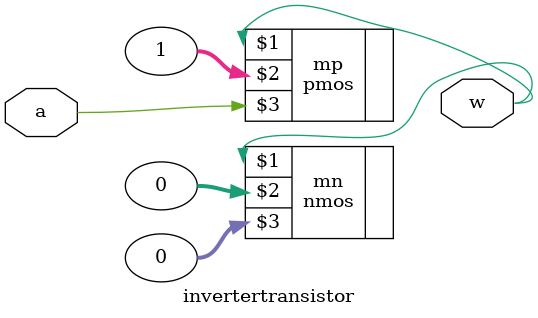
<source format=v>
module invertertransistor(
    input a,
    output w
);

nmos mn (w, 0, 0);
pmos mp (w, 1, a);

endmodule
</source>
